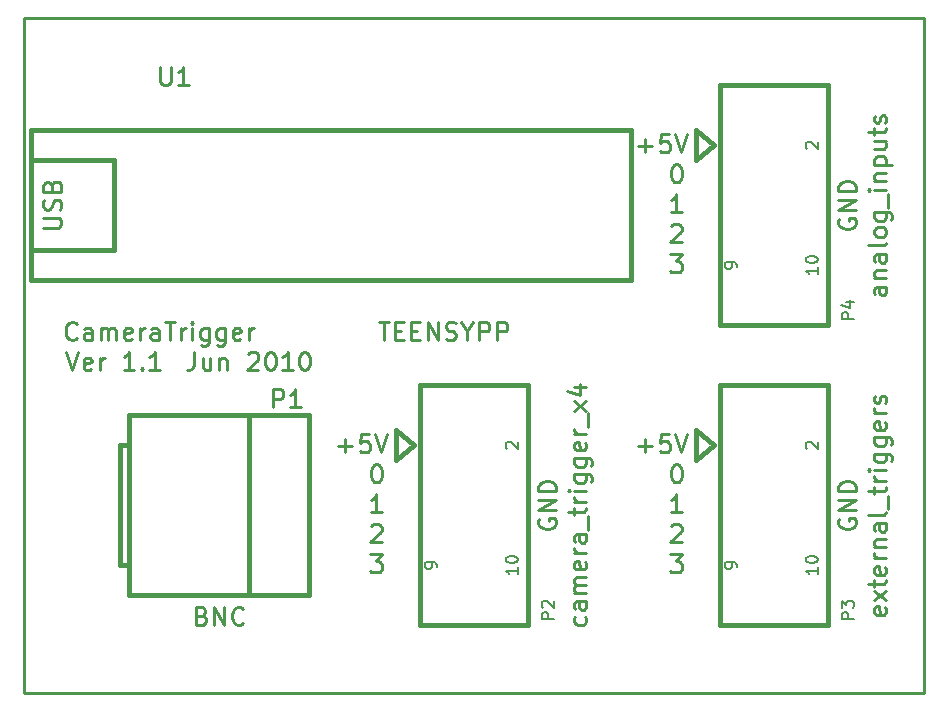
<source format=gto>
G04 (created by PCBNEW-RS274X (20100406 SVN-R2509)-final) date Thu 17 Jun 2010 11:12:04 AM PDT*
G01*
G70*
G90*
%MOIN*%
G04 Gerber Fmt 3.4, Leading zero omitted, Abs format*
%FSLAX34Y34*%
G04 APERTURE LIST*
%ADD10C,0.001000*%
%ADD11C,0.009000*%
%ADD12C,0.010000*%
%ADD13C,0.015000*%
%ADD14C,0.006700*%
G04 APERTURE END LIST*
G54D10*
G54D11*
X59000Y-30750D02*
X29000Y-30750D01*
X59000Y-53250D02*
X59000Y-30750D01*
X29000Y-53250D02*
X59000Y-53250D01*
X29000Y-30750D02*
X29000Y-53250D01*
G54D12*
X34672Y-41893D02*
X34672Y-42321D01*
X34644Y-42407D01*
X34587Y-42464D01*
X34501Y-42493D01*
X34444Y-42493D01*
X35215Y-42093D02*
X35215Y-42493D01*
X34958Y-42093D02*
X34958Y-42407D01*
X34986Y-42464D01*
X35044Y-42493D01*
X35129Y-42493D01*
X35186Y-42464D01*
X35215Y-42436D01*
X35501Y-42093D02*
X35501Y-42493D01*
X35501Y-42150D02*
X35529Y-42121D01*
X35587Y-42093D01*
X35672Y-42093D01*
X35729Y-42121D01*
X35758Y-42179D01*
X35758Y-42493D01*
X36472Y-41950D02*
X36501Y-41921D01*
X36558Y-41893D01*
X36701Y-41893D01*
X36758Y-41921D01*
X36787Y-41950D01*
X36815Y-42007D01*
X36815Y-42064D01*
X36787Y-42150D01*
X36444Y-42493D01*
X36815Y-42493D01*
X37186Y-41893D02*
X37243Y-41893D01*
X37300Y-41921D01*
X37329Y-41950D01*
X37358Y-42007D01*
X37386Y-42121D01*
X37386Y-42264D01*
X37358Y-42379D01*
X37329Y-42436D01*
X37300Y-42464D01*
X37243Y-42493D01*
X37186Y-42493D01*
X37129Y-42464D01*
X37100Y-42436D01*
X37072Y-42379D01*
X37043Y-42264D01*
X37043Y-42121D01*
X37072Y-42007D01*
X37100Y-41950D01*
X37129Y-41921D01*
X37186Y-41893D01*
X37957Y-42493D02*
X37614Y-42493D01*
X37786Y-42493D02*
X37786Y-41893D01*
X37729Y-41979D01*
X37671Y-42036D01*
X37614Y-42064D01*
X38328Y-41893D02*
X38385Y-41893D01*
X38442Y-41921D01*
X38471Y-41950D01*
X38500Y-42007D01*
X38528Y-42121D01*
X38528Y-42264D01*
X38500Y-42379D01*
X38471Y-42436D01*
X38442Y-42464D01*
X38385Y-42493D01*
X38328Y-42493D01*
X38271Y-42464D01*
X38242Y-42436D01*
X38214Y-42379D01*
X38185Y-42264D01*
X38185Y-42121D01*
X38214Y-42007D01*
X38242Y-41950D01*
X38271Y-41921D01*
X38328Y-41893D01*
X30415Y-41893D02*
X30615Y-42493D01*
X30815Y-41893D01*
X31243Y-42464D02*
X31186Y-42493D01*
X31072Y-42493D01*
X31015Y-42464D01*
X30986Y-42407D01*
X30986Y-42179D01*
X31015Y-42121D01*
X31072Y-42093D01*
X31186Y-42093D01*
X31243Y-42121D01*
X31272Y-42179D01*
X31272Y-42236D01*
X30986Y-42293D01*
X31529Y-42493D02*
X31529Y-42093D01*
X31529Y-42207D02*
X31557Y-42150D01*
X31586Y-42121D01*
X31643Y-42093D01*
X31700Y-42093D01*
X32671Y-42493D02*
X32328Y-42493D01*
X32500Y-42493D02*
X32500Y-41893D01*
X32443Y-41979D01*
X32385Y-42036D01*
X32328Y-42064D01*
X32928Y-42436D02*
X32956Y-42464D01*
X32928Y-42493D01*
X32899Y-42464D01*
X32928Y-42436D01*
X32928Y-42493D01*
X33528Y-42493D02*
X33185Y-42493D01*
X33357Y-42493D02*
X33357Y-41893D01*
X33300Y-41979D01*
X33242Y-42036D01*
X33185Y-42064D01*
X30758Y-41436D02*
X30729Y-41464D01*
X30643Y-41493D01*
X30586Y-41493D01*
X30501Y-41464D01*
X30443Y-41407D01*
X30415Y-41350D01*
X30386Y-41236D01*
X30386Y-41150D01*
X30415Y-41036D01*
X30443Y-40979D01*
X30501Y-40921D01*
X30586Y-40893D01*
X30643Y-40893D01*
X30729Y-40921D01*
X30758Y-40950D01*
X31272Y-41493D02*
X31272Y-41179D01*
X31243Y-41121D01*
X31186Y-41093D01*
X31072Y-41093D01*
X31015Y-41121D01*
X31272Y-41464D02*
X31215Y-41493D01*
X31072Y-41493D01*
X31015Y-41464D01*
X30986Y-41407D01*
X30986Y-41350D01*
X31015Y-41293D01*
X31072Y-41264D01*
X31215Y-41264D01*
X31272Y-41236D01*
X31558Y-41493D02*
X31558Y-41093D01*
X31558Y-41150D02*
X31586Y-41121D01*
X31644Y-41093D01*
X31729Y-41093D01*
X31786Y-41121D01*
X31815Y-41179D01*
X31815Y-41493D01*
X31815Y-41179D02*
X31844Y-41121D01*
X31901Y-41093D01*
X31986Y-41093D01*
X32044Y-41121D01*
X32072Y-41179D01*
X32072Y-41493D01*
X32586Y-41464D02*
X32529Y-41493D01*
X32415Y-41493D01*
X32358Y-41464D01*
X32329Y-41407D01*
X32329Y-41179D01*
X32358Y-41121D01*
X32415Y-41093D01*
X32529Y-41093D01*
X32586Y-41121D01*
X32615Y-41179D01*
X32615Y-41236D01*
X32329Y-41293D01*
X32872Y-41493D02*
X32872Y-41093D01*
X32872Y-41207D02*
X32900Y-41150D01*
X32929Y-41121D01*
X32986Y-41093D01*
X33043Y-41093D01*
X33500Y-41493D02*
X33500Y-41179D01*
X33471Y-41121D01*
X33414Y-41093D01*
X33300Y-41093D01*
X33243Y-41121D01*
X33500Y-41464D02*
X33443Y-41493D01*
X33300Y-41493D01*
X33243Y-41464D01*
X33214Y-41407D01*
X33214Y-41350D01*
X33243Y-41293D01*
X33300Y-41264D01*
X33443Y-41264D01*
X33500Y-41236D01*
X33700Y-40893D02*
X34043Y-40893D01*
X33872Y-41493D02*
X33872Y-40893D01*
X34243Y-41493D02*
X34243Y-41093D01*
X34243Y-41207D02*
X34271Y-41150D01*
X34300Y-41121D01*
X34357Y-41093D01*
X34414Y-41093D01*
X34614Y-41493D02*
X34614Y-41093D01*
X34614Y-40893D02*
X34585Y-40921D01*
X34614Y-40950D01*
X34642Y-40921D01*
X34614Y-40893D01*
X34614Y-40950D01*
X35157Y-41093D02*
X35157Y-41579D01*
X35128Y-41636D01*
X35100Y-41664D01*
X35043Y-41693D01*
X34957Y-41693D01*
X34900Y-41664D01*
X35157Y-41464D02*
X35100Y-41493D01*
X34986Y-41493D01*
X34928Y-41464D01*
X34900Y-41436D01*
X34871Y-41379D01*
X34871Y-41207D01*
X34900Y-41150D01*
X34928Y-41121D01*
X34986Y-41093D01*
X35100Y-41093D01*
X35157Y-41121D01*
X35700Y-41093D02*
X35700Y-41579D01*
X35671Y-41636D01*
X35643Y-41664D01*
X35586Y-41693D01*
X35500Y-41693D01*
X35443Y-41664D01*
X35700Y-41464D02*
X35643Y-41493D01*
X35529Y-41493D01*
X35471Y-41464D01*
X35443Y-41436D01*
X35414Y-41379D01*
X35414Y-41207D01*
X35443Y-41150D01*
X35471Y-41121D01*
X35529Y-41093D01*
X35643Y-41093D01*
X35700Y-41121D01*
X36214Y-41464D02*
X36157Y-41493D01*
X36043Y-41493D01*
X35986Y-41464D01*
X35957Y-41407D01*
X35957Y-41179D01*
X35986Y-41121D01*
X36043Y-41093D01*
X36157Y-41093D01*
X36214Y-41121D01*
X36243Y-41179D01*
X36243Y-41236D01*
X35957Y-41293D01*
X36500Y-41493D02*
X36500Y-41093D01*
X36500Y-41207D02*
X36528Y-41150D01*
X36557Y-41121D01*
X36614Y-41093D01*
X36671Y-41093D01*
X50551Y-38643D02*
X50922Y-38643D01*
X50722Y-38871D01*
X50808Y-38871D01*
X50865Y-38900D01*
X50894Y-38929D01*
X50922Y-38986D01*
X50922Y-39129D01*
X50894Y-39186D01*
X50865Y-39214D01*
X50808Y-39243D01*
X50636Y-39243D01*
X50579Y-39214D01*
X50551Y-39186D01*
X50579Y-37700D02*
X50608Y-37671D01*
X50665Y-37643D01*
X50808Y-37643D01*
X50865Y-37671D01*
X50894Y-37700D01*
X50922Y-37757D01*
X50922Y-37814D01*
X50894Y-37900D01*
X50551Y-38243D01*
X50922Y-38243D01*
X50922Y-37243D02*
X50579Y-37243D01*
X50751Y-37243D02*
X50751Y-36643D01*
X50694Y-36729D01*
X50636Y-36786D01*
X50579Y-36814D01*
X50722Y-35643D02*
X50779Y-35643D01*
X50836Y-35671D01*
X50865Y-35700D01*
X50894Y-35757D01*
X50922Y-35871D01*
X50922Y-36014D01*
X50894Y-36129D01*
X50865Y-36186D01*
X50836Y-36214D01*
X50779Y-36243D01*
X50722Y-36243D01*
X50665Y-36214D01*
X50636Y-36186D01*
X50608Y-36129D01*
X50579Y-36014D01*
X50579Y-35871D01*
X50608Y-35757D01*
X50636Y-35700D01*
X50665Y-35671D01*
X50722Y-35643D01*
X50551Y-48643D02*
X50922Y-48643D01*
X50722Y-48871D01*
X50808Y-48871D01*
X50865Y-48900D01*
X50894Y-48929D01*
X50922Y-48986D01*
X50922Y-49129D01*
X50894Y-49186D01*
X50865Y-49214D01*
X50808Y-49243D01*
X50636Y-49243D01*
X50579Y-49214D01*
X50551Y-49186D01*
X50579Y-47700D02*
X50608Y-47671D01*
X50665Y-47643D01*
X50808Y-47643D01*
X50865Y-47671D01*
X50894Y-47700D01*
X50922Y-47757D01*
X50922Y-47814D01*
X50894Y-47900D01*
X50551Y-48243D01*
X50922Y-48243D01*
X50922Y-47243D02*
X50579Y-47243D01*
X50751Y-47243D02*
X50751Y-46643D01*
X50694Y-46729D01*
X50636Y-46786D01*
X50579Y-46814D01*
X50722Y-45643D02*
X50779Y-45643D01*
X50836Y-45671D01*
X50865Y-45700D01*
X50894Y-45757D01*
X50922Y-45871D01*
X50922Y-46014D01*
X50894Y-46129D01*
X50865Y-46186D01*
X50836Y-46214D01*
X50779Y-46243D01*
X50722Y-46243D01*
X50665Y-46214D01*
X50636Y-46186D01*
X50608Y-46129D01*
X50579Y-46014D01*
X50579Y-45871D01*
X50608Y-45757D01*
X50636Y-45700D01*
X50665Y-45671D01*
X50722Y-45643D01*
X49479Y-35014D02*
X49936Y-35014D01*
X49707Y-35243D02*
X49707Y-34786D01*
X50508Y-34643D02*
X50222Y-34643D01*
X50193Y-34929D01*
X50222Y-34900D01*
X50279Y-34871D01*
X50422Y-34871D01*
X50479Y-34900D01*
X50508Y-34929D01*
X50536Y-34986D01*
X50536Y-35129D01*
X50508Y-35186D01*
X50479Y-35214D01*
X50422Y-35243D01*
X50279Y-35243D01*
X50222Y-35214D01*
X50193Y-35186D01*
X50707Y-34643D02*
X50907Y-35243D01*
X51107Y-34643D01*
X49479Y-45014D02*
X49936Y-45014D01*
X49707Y-45243D02*
X49707Y-44786D01*
X50508Y-44643D02*
X50222Y-44643D01*
X50193Y-44929D01*
X50222Y-44900D01*
X50279Y-44871D01*
X50422Y-44871D01*
X50479Y-44900D01*
X50508Y-44929D01*
X50536Y-44986D01*
X50536Y-45129D01*
X50508Y-45186D01*
X50479Y-45214D01*
X50422Y-45243D01*
X50279Y-45243D01*
X50222Y-45214D01*
X50193Y-45186D01*
X50707Y-44643D02*
X50907Y-45243D01*
X51107Y-44643D01*
X39479Y-45014D02*
X39936Y-45014D01*
X39707Y-45243D02*
X39707Y-44786D01*
X40508Y-44643D02*
X40222Y-44643D01*
X40193Y-44929D01*
X40222Y-44900D01*
X40279Y-44871D01*
X40422Y-44871D01*
X40479Y-44900D01*
X40508Y-44929D01*
X40536Y-44986D01*
X40536Y-45129D01*
X40508Y-45186D01*
X40479Y-45214D01*
X40422Y-45243D01*
X40279Y-45243D01*
X40222Y-45214D01*
X40193Y-45186D01*
X40707Y-44643D02*
X40907Y-45243D01*
X41107Y-44643D01*
X40722Y-45643D02*
X40779Y-45643D01*
X40836Y-45671D01*
X40865Y-45700D01*
X40894Y-45757D01*
X40922Y-45871D01*
X40922Y-46014D01*
X40894Y-46129D01*
X40865Y-46186D01*
X40836Y-46214D01*
X40779Y-46243D01*
X40722Y-46243D01*
X40665Y-46214D01*
X40636Y-46186D01*
X40608Y-46129D01*
X40579Y-46014D01*
X40579Y-45871D01*
X40608Y-45757D01*
X40636Y-45700D01*
X40665Y-45671D01*
X40722Y-45643D01*
X40922Y-47243D02*
X40579Y-47243D01*
X40751Y-47243D02*
X40751Y-46643D01*
X40694Y-46729D01*
X40636Y-46786D01*
X40579Y-46814D01*
X40579Y-47700D02*
X40608Y-47671D01*
X40665Y-47643D01*
X40808Y-47643D01*
X40865Y-47671D01*
X40894Y-47700D01*
X40922Y-47757D01*
X40922Y-47814D01*
X40894Y-47900D01*
X40551Y-48243D01*
X40922Y-48243D01*
X40551Y-48643D02*
X40922Y-48643D01*
X40722Y-48871D01*
X40808Y-48871D01*
X40865Y-48900D01*
X40894Y-48929D01*
X40922Y-48986D01*
X40922Y-49129D01*
X40894Y-49186D01*
X40865Y-49214D01*
X40808Y-49243D01*
X40636Y-49243D01*
X40579Y-49214D01*
X40551Y-49186D01*
X56171Y-37457D02*
X56143Y-37514D01*
X56143Y-37600D01*
X56171Y-37685D01*
X56229Y-37743D01*
X56286Y-37771D01*
X56400Y-37800D01*
X56486Y-37800D01*
X56600Y-37771D01*
X56657Y-37743D01*
X56714Y-37685D01*
X56743Y-37600D01*
X56743Y-37543D01*
X56714Y-37457D01*
X56686Y-37428D01*
X56486Y-37428D01*
X56486Y-37543D01*
X56743Y-37171D02*
X56143Y-37171D01*
X56743Y-36828D01*
X56143Y-36828D01*
X56743Y-36542D02*
X56143Y-36542D01*
X56143Y-36399D01*
X56171Y-36314D01*
X56229Y-36256D01*
X56286Y-36228D01*
X56400Y-36199D01*
X56486Y-36199D01*
X56600Y-36228D01*
X56657Y-36256D01*
X56714Y-36314D01*
X56743Y-36399D01*
X56743Y-36542D01*
X56171Y-47457D02*
X56143Y-47514D01*
X56143Y-47600D01*
X56171Y-47685D01*
X56229Y-47743D01*
X56286Y-47771D01*
X56400Y-47800D01*
X56486Y-47800D01*
X56600Y-47771D01*
X56657Y-47743D01*
X56714Y-47685D01*
X56743Y-47600D01*
X56743Y-47543D01*
X56714Y-47457D01*
X56686Y-47428D01*
X56486Y-47428D01*
X56486Y-47543D01*
X56743Y-47171D02*
X56143Y-47171D01*
X56743Y-46828D01*
X56143Y-46828D01*
X56743Y-46542D02*
X56143Y-46542D01*
X56143Y-46399D01*
X56171Y-46314D01*
X56229Y-46256D01*
X56286Y-46228D01*
X56400Y-46199D01*
X56486Y-46199D01*
X56600Y-46228D01*
X56657Y-46256D01*
X56714Y-46314D01*
X56743Y-46399D01*
X56743Y-46542D01*
X46171Y-47457D02*
X46143Y-47514D01*
X46143Y-47600D01*
X46171Y-47685D01*
X46229Y-47743D01*
X46286Y-47771D01*
X46400Y-47800D01*
X46486Y-47800D01*
X46600Y-47771D01*
X46657Y-47743D01*
X46714Y-47685D01*
X46743Y-47600D01*
X46743Y-47543D01*
X46714Y-47457D01*
X46686Y-47428D01*
X46486Y-47428D01*
X46486Y-47543D01*
X46743Y-47171D02*
X46143Y-47171D01*
X46743Y-46828D01*
X46143Y-46828D01*
X46743Y-46542D02*
X46143Y-46542D01*
X46143Y-46399D01*
X46171Y-46314D01*
X46229Y-46256D01*
X46286Y-46228D01*
X46400Y-46199D01*
X46486Y-46199D01*
X46600Y-46228D01*
X46657Y-46256D01*
X46714Y-46314D01*
X46743Y-46399D01*
X46743Y-46542D01*
G54D13*
X32500Y-44000D02*
X38500Y-44000D01*
X32500Y-50000D02*
X38500Y-50000D01*
X32500Y-49000D02*
X32200Y-49000D01*
X32200Y-49000D02*
X32200Y-45000D01*
X32200Y-45000D02*
X32500Y-45000D01*
X36500Y-50000D02*
X36500Y-44000D01*
X32500Y-50000D02*
X32500Y-44000D01*
X38500Y-50000D02*
X38500Y-44000D01*
X29250Y-35500D02*
X32000Y-35500D01*
X32000Y-35500D02*
X32000Y-38500D01*
X32000Y-38500D02*
X29250Y-38500D01*
X29250Y-34500D02*
X29250Y-39500D01*
X29250Y-39500D02*
X49250Y-39500D01*
X49250Y-39500D02*
X49250Y-34500D01*
X49250Y-34500D02*
X29250Y-34500D01*
X45800Y-43000D02*
X42200Y-43000D01*
X42200Y-43000D02*
X42200Y-51000D01*
X42200Y-51000D02*
X45800Y-51000D01*
X45800Y-51000D02*
X45800Y-43000D01*
X42000Y-45000D02*
X41400Y-44500D01*
X41400Y-44500D02*
X41400Y-45500D01*
X41400Y-45500D02*
X42000Y-45000D01*
X55800Y-43000D02*
X52200Y-43000D01*
X52200Y-43000D02*
X52200Y-51000D01*
X52200Y-51000D02*
X55800Y-51000D01*
X55800Y-51000D02*
X55800Y-43000D01*
X52000Y-45000D02*
X51400Y-44500D01*
X51400Y-44500D02*
X51400Y-45500D01*
X51400Y-45500D02*
X52000Y-45000D01*
X55800Y-33000D02*
X52200Y-33000D01*
X52200Y-33000D02*
X52200Y-41000D01*
X52200Y-41000D02*
X55800Y-41000D01*
X55800Y-41000D02*
X55800Y-33000D01*
X52000Y-35000D02*
X51400Y-34500D01*
X51400Y-34500D02*
X51400Y-35500D01*
X51400Y-35500D02*
X52000Y-35000D01*
G54D12*
X37308Y-43743D02*
X37308Y-43143D01*
X37536Y-43143D01*
X37594Y-43171D01*
X37622Y-43200D01*
X37651Y-43257D01*
X37651Y-43343D01*
X37622Y-43400D01*
X37594Y-43429D01*
X37536Y-43457D01*
X37308Y-43457D01*
X38222Y-43743D02*
X37879Y-43743D01*
X38051Y-43743D02*
X38051Y-43143D01*
X37994Y-43229D01*
X37936Y-43286D01*
X37879Y-43314D01*
X34929Y-50679D02*
X35015Y-50707D01*
X35043Y-50736D01*
X35072Y-50793D01*
X35072Y-50879D01*
X35043Y-50936D01*
X35015Y-50964D01*
X34957Y-50993D01*
X34729Y-50993D01*
X34729Y-50393D01*
X34929Y-50393D01*
X34986Y-50421D01*
X35015Y-50450D01*
X35043Y-50507D01*
X35043Y-50564D01*
X35015Y-50621D01*
X34986Y-50650D01*
X34929Y-50679D01*
X34729Y-50679D01*
X35329Y-50993D02*
X35329Y-50393D01*
X35672Y-50993D01*
X35672Y-50393D01*
X36301Y-50936D02*
X36272Y-50964D01*
X36186Y-50993D01*
X36129Y-50993D01*
X36044Y-50964D01*
X35986Y-50907D01*
X35958Y-50850D01*
X35929Y-50736D01*
X35929Y-50650D01*
X35958Y-50536D01*
X35986Y-50479D01*
X36044Y-50421D01*
X36129Y-50393D01*
X36186Y-50393D01*
X36272Y-50421D01*
X36301Y-50450D01*
X33543Y-32393D02*
X33543Y-32879D01*
X33571Y-32936D01*
X33600Y-32964D01*
X33657Y-32993D01*
X33771Y-32993D01*
X33829Y-32964D01*
X33857Y-32936D01*
X33886Y-32879D01*
X33886Y-32393D01*
X34486Y-32993D02*
X34143Y-32993D01*
X34315Y-32993D02*
X34315Y-32393D01*
X34258Y-32479D01*
X34200Y-32536D01*
X34143Y-32564D01*
X40829Y-40893D02*
X41172Y-40893D01*
X41001Y-41493D02*
X41001Y-40893D01*
X41372Y-41179D02*
X41572Y-41179D01*
X41658Y-41493D02*
X41372Y-41493D01*
X41372Y-40893D01*
X41658Y-40893D01*
X41915Y-41179D02*
X42115Y-41179D01*
X42201Y-41493D02*
X41915Y-41493D01*
X41915Y-40893D01*
X42201Y-40893D01*
X42458Y-41493D02*
X42458Y-40893D01*
X42801Y-41493D01*
X42801Y-40893D01*
X43058Y-41464D02*
X43144Y-41493D01*
X43287Y-41493D01*
X43344Y-41464D01*
X43373Y-41436D01*
X43401Y-41379D01*
X43401Y-41321D01*
X43373Y-41264D01*
X43344Y-41236D01*
X43287Y-41207D01*
X43173Y-41179D01*
X43115Y-41150D01*
X43087Y-41121D01*
X43058Y-41064D01*
X43058Y-41007D01*
X43087Y-40950D01*
X43115Y-40921D01*
X43173Y-40893D01*
X43315Y-40893D01*
X43401Y-40921D01*
X43772Y-41207D02*
X43772Y-41493D01*
X43572Y-40893D02*
X43772Y-41207D01*
X43972Y-40893D01*
X44172Y-41493D02*
X44172Y-40893D01*
X44400Y-40893D01*
X44458Y-40921D01*
X44486Y-40950D01*
X44515Y-41007D01*
X44515Y-41093D01*
X44486Y-41150D01*
X44458Y-41179D01*
X44400Y-41207D01*
X44172Y-41207D01*
X44772Y-41493D02*
X44772Y-40893D01*
X45000Y-40893D01*
X45058Y-40921D01*
X45086Y-40950D01*
X45115Y-41007D01*
X45115Y-41093D01*
X45086Y-41150D01*
X45058Y-41179D01*
X45000Y-41207D01*
X44772Y-41207D01*
X29643Y-37757D02*
X30129Y-37757D01*
X30186Y-37729D01*
X30214Y-37700D01*
X30243Y-37643D01*
X30243Y-37529D01*
X30214Y-37471D01*
X30186Y-37443D01*
X30129Y-37414D01*
X29643Y-37414D01*
X30214Y-37157D02*
X30243Y-37071D01*
X30243Y-36928D01*
X30214Y-36871D01*
X30186Y-36842D01*
X30129Y-36814D01*
X30071Y-36814D01*
X30014Y-36842D01*
X29986Y-36871D01*
X29957Y-36928D01*
X29929Y-37042D01*
X29900Y-37100D01*
X29871Y-37128D01*
X29814Y-37157D01*
X29757Y-37157D01*
X29700Y-37128D01*
X29671Y-37100D01*
X29643Y-37042D01*
X29643Y-36900D01*
X29671Y-36814D01*
X29929Y-36357D02*
X29957Y-36271D01*
X29986Y-36243D01*
X30043Y-36214D01*
X30129Y-36214D01*
X30186Y-36243D01*
X30214Y-36271D01*
X30243Y-36329D01*
X30243Y-36557D01*
X29643Y-36557D01*
X29643Y-36357D01*
X29671Y-36300D01*
X29700Y-36271D01*
X29757Y-36243D01*
X29814Y-36243D01*
X29871Y-36271D01*
X29900Y-36300D01*
X29929Y-36357D01*
X29929Y-36557D01*
G54D14*
X46662Y-50795D02*
X46262Y-50795D01*
X46262Y-50642D01*
X46281Y-50604D01*
X46300Y-50585D01*
X46338Y-50566D01*
X46395Y-50566D01*
X46433Y-50585D01*
X46452Y-50604D01*
X46471Y-50642D01*
X46471Y-50795D01*
X46300Y-50414D02*
X46281Y-50395D01*
X46262Y-50357D01*
X46262Y-50261D01*
X46281Y-50223D01*
X46300Y-50204D01*
X46338Y-50185D01*
X46376Y-50185D01*
X46433Y-50204D01*
X46662Y-50433D01*
X46662Y-50185D01*
G54D12*
X47714Y-50713D02*
X47743Y-50770D01*
X47743Y-50884D01*
X47714Y-50942D01*
X47686Y-50970D01*
X47629Y-50999D01*
X47457Y-50999D01*
X47400Y-50970D01*
X47371Y-50942D01*
X47343Y-50884D01*
X47343Y-50770D01*
X47371Y-50713D01*
X47743Y-50199D02*
X47429Y-50199D01*
X47371Y-50228D01*
X47343Y-50285D01*
X47343Y-50399D01*
X47371Y-50456D01*
X47714Y-50199D02*
X47743Y-50256D01*
X47743Y-50399D01*
X47714Y-50456D01*
X47657Y-50485D01*
X47600Y-50485D01*
X47543Y-50456D01*
X47514Y-50399D01*
X47514Y-50256D01*
X47486Y-50199D01*
X47743Y-49913D02*
X47343Y-49913D01*
X47400Y-49913D02*
X47371Y-49885D01*
X47343Y-49827D01*
X47343Y-49742D01*
X47371Y-49685D01*
X47429Y-49656D01*
X47743Y-49656D01*
X47429Y-49656D02*
X47371Y-49627D01*
X47343Y-49570D01*
X47343Y-49485D01*
X47371Y-49427D01*
X47429Y-49399D01*
X47743Y-49399D01*
X47714Y-48885D02*
X47743Y-48942D01*
X47743Y-49056D01*
X47714Y-49113D01*
X47657Y-49142D01*
X47429Y-49142D01*
X47371Y-49113D01*
X47343Y-49056D01*
X47343Y-48942D01*
X47371Y-48885D01*
X47429Y-48856D01*
X47486Y-48856D01*
X47543Y-49142D01*
X47743Y-48599D02*
X47343Y-48599D01*
X47457Y-48599D02*
X47400Y-48571D01*
X47371Y-48542D01*
X47343Y-48485D01*
X47343Y-48428D01*
X47743Y-47971D02*
X47429Y-47971D01*
X47371Y-48000D01*
X47343Y-48057D01*
X47343Y-48171D01*
X47371Y-48228D01*
X47714Y-47971D02*
X47743Y-48028D01*
X47743Y-48171D01*
X47714Y-48228D01*
X47657Y-48257D01*
X47600Y-48257D01*
X47543Y-48228D01*
X47514Y-48171D01*
X47514Y-48028D01*
X47486Y-47971D01*
X47800Y-47828D02*
X47800Y-47371D01*
X47343Y-47314D02*
X47343Y-47085D01*
X47143Y-47228D02*
X47657Y-47228D01*
X47714Y-47200D01*
X47743Y-47142D01*
X47743Y-47085D01*
X47743Y-46885D02*
X47343Y-46885D01*
X47457Y-46885D02*
X47400Y-46857D01*
X47371Y-46828D01*
X47343Y-46771D01*
X47343Y-46714D01*
X47743Y-46514D02*
X47343Y-46514D01*
X47143Y-46514D02*
X47171Y-46543D01*
X47200Y-46514D01*
X47171Y-46486D01*
X47143Y-46514D01*
X47200Y-46514D01*
X47343Y-45971D02*
X47829Y-45971D01*
X47886Y-46000D01*
X47914Y-46028D01*
X47943Y-46085D01*
X47943Y-46171D01*
X47914Y-46228D01*
X47714Y-45971D02*
X47743Y-46028D01*
X47743Y-46142D01*
X47714Y-46200D01*
X47686Y-46228D01*
X47629Y-46257D01*
X47457Y-46257D01*
X47400Y-46228D01*
X47371Y-46200D01*
X47343Y-46142D01*
X47343Y-46028D01*
X47371Y-45971D01*
X47343Y-45428D02*
X47829Y-45428D01*
X47886Y-45457D01*
X47914Y-45485D01*
X47943Y-45542D01*
X47943Y-45628D01*
X47914Y-45685D01*
X47714Y-45428D02*
X47743Y-45485D01*
X47743Y-45599D01*
X47714Y-45657D01*
X47686Y-45685D01*
X47629Y-45714D01*
X47457Y-45714D01*
X47400Y-45685D01*
X47371Y-45657D01*
X47343Y-45599D01*
X47343Y-45485D01*
X47371Y-45428D01*
X47714Y-44914D02*
X47743Y-44971D01*
X47743Y-45085D01*
X47714Y-45142D01*
X47657Y-45171D01*
X47429Y-45171D01*
X47371Y-45142D01*
X47343Y-45085D01*
X47343Y-44971D01*
X47371Y-44914D01*
X47429Y-44885D01*
X47486Y-44885D01*
X47543Y-45171D01*
X47743Y-44628D02*
X47343Y-44628D01*
X47457Y-44628D02*
X47400Y-44600D01*
X47371Y-44571D01*
X47343Y-44514D01*
X47343Y-44457D01*
X47800Y-44400D02*
X47800Y-43943D01*
X47743Y-43857D02*
X47343Y-43543D01*
X47343Y-43857D02*
X47743Y-43543D01*
X47343Y-43057D02*
X47743Y-43057D01*
X47114Y-43200D02*
X47543Y-43343D01*
X47543Y-42971D01*
G54D14*
X45100Y-45114D02*
X45081Y-45095D01*
X45062Y-45057D01*
X45062Y-44961D01*
X45081Y-44923D01*
X45100Y-44904D01*
X45138Y-44885D01*
X45176Y-44885D01*
X45233Y-44904D01*
X45462Y-45133D01*
X45462Y-44885D01*
X45462Y-49076D02*
X45462Y-49305D01*
X45462Y-49191D02*
X45062Y-49191D01*
X45119Y-49229D01*
X45157Y-49267D01*
X45176Y-49305D01*
X45062Y-48829D02*
X45062Y-48790D01*
X45081Y-48752D01*
X45100Y-48733D01*
X45138Y-48714D01*
X45214Y-48695D01*
X45310Y-48695D01*
X45386Y-48714D01*
X45424Y-48733D01*
X45443Y-48752D01*
X45462Y-48790D01*
X45462Y-48829D01*
X45443Y-48867D01*
X45424Y-48886D01*
X45386Y-48905D01*
X45310Y-48924D01*
X45214Y-48924D01*
X45138Y-48905D01*
X45100Y-48886D01*
X45081Y-48867D01*
X45062Y-48829D01*
X42762Y-49076D02*
X42762Y-49000D01*
X42743Y-48961D01*
X42724Y-48942D01*
X42667Y-48904D01*
X42590Y-48885D01*
X42438Y-48885D01*
X42400Y-48904D01*
X42381Y-48923D01*
X42362Y-48961D01*
X42362Y-49038D01*
X42381Y-49076D01*
X42400Y-49095D01*
X42438Y-49114D01*
X42533Y-49114D01*
X42571Y-49095D01*
X42590Y-49076D01*
X42610Y-49038D01*
X42610Y-48961D01*
X42590Y-48923D01*
X42571Y-48904D01*
X42533Y-48885D01*
X56662Y-50795D02*
X56262Y-50795D01*
X56262Y-50642D01*
X56281Y-50604D01*
X56300Y-50585D01*
X56338Y-50566D01*
X56395Y-50566D01*
X56433Y-50585D01*
X56452Y-50604D01*
X56471Y-50642D01*
X56471Y-50795D01*
X56262Y-50433D02*
X56262Y-50185D01*
X56414Y-50319D01*
X56414Y-50261D01*
X56433Y-50223D01*
X56452Y-50204D01*
X56490Y-50185D01*
X56586Y-50185D01*
X56624Y-50204D01*
X56643Y-50223D01*
X56662Y-50261D01*
X56662Y-50376D01*
X56643Y-50414D01*
X56624Y-50433D01*
G54D12*
X57714Y-50400D02*
X57743Y-50457D01*
X57743Y-50571D01*
X57714Y-50628D01*
X57657Y-50657D01*
X57429Y-50657D01*
X57371Y-50628D01*
X57343Y-50571D01*
X57343Y-50457D01*
X57371Y-50400D01*
X57429Y-50371D01*
X57486Y-50371D01*
X57543Y-50657D01*
X57743Y-50171D02*
X57343Y-49857D01*
X57343Y-50171D02*
X57743Y-49857D01*
X57343Y-49714D02*
X57343Y-49485D01*
X57143Y-49628D02*
X57657Y-49628D01*
X57714Y-49600D01*
X57743Y-49542D01*
X57743Y-49485D01*
X57714Y-49057D02*
X57743Y-49114D01*
X57743Y-49228D01*
X57714Y-49285D01*
X57657Y-49314D01*
X57429Y-49314D01*
X57371Y-49285D01*
X57343Y-49228D01*
X57343Y-49114D01*
X57371Y-49057D01*
X57429Y-49028D01*
X57486Y-49028D01*
X57543Y-49314D01*
X57743Y-48771D02*
X57343Y-48771D01*
X57457Y-48771D02*
X57400Y-48743D01*
X57371Y-48714D01*
X57343Y-48657D01*
X57343Y-48600D01*
X57343Y-48400D02*
X57743Y-48400D01*
X57400Y-48400D02*
X57371Y-48372D01*
X57343Y-48314D01*
X57343Y-48229D01*
X57371Y-48172D01*
X57429Y-48143D01*
X57743Y-48143D01*
X57743Y-47600D02*
X57429Y-47600D01*
X57371Y-47629D01*
X57343Y-47686D01*
X57343Y-47800D01*
X57371Y-47857D01*
X57714Y-47600D02*
X57743Y-47657D01*
X57743Y-47800D01*
X57714Y-47857D01*
X57657Y-47886D01*
X57600Y-47886D01*
X57543Y-47857D01*
X57514Y-47800D01*
X57514Y-47657D01*
X57486Y-47600D01*
X57743Y-47228D02*
X57714Y-47286D01*
X57657Y-47314D01*
X57143Y-47314D01*
X57800Y-47143D02*
X57800Y-46686D01*
X57343Y-46629D02*
X57343Y-46400D01*
X57143Y-46543D02*
X57657Y-46543D01*
X57714Y-46515D01*
X57743Y-46457D01*
X57743Y-46400D01*
X57743Y-46200D02*
X57343Y-46200D01*
X57457Y-46200D02*
X57400Y-46172D01*
X57371Y-46143D01*
X57343Y-46086D01*
X57343Y-46029D01*
X57743Y-45829D02*
X57343Y-45829D01*
X57143Y-45829D02*
X57171Y-45858D01*
X57200Y-45829D01*
X57171Y-45801D01*
X57143Y-45829D01*
X57200Y-45829D01*
X57343Y-45286D02*
X57829Y-45286D01*
X57886Y-45315D01*
X57914Y-45343D01*
X57943Y-45400D01*
X57943Y-45486D01*
X57914Y-45543D01*
X57714Y-45286D02*
X57743Y-45343D01*
X57743Y-45457D01*
X57714Y-45515D01*
X57686Y-45543D01*
X57629Y-45572D01*
X57457Y-45572D01*
X57400Y-45543D01*
X57371Y-45515D01*
X57343Y-45457D01*
X57343Y-45343D01*
X57371Y-45286D01*
X57343Y-44743D02*
X57829Y-44743D01*
X57886Y-44772D01*
X57914Y-44800D01*
X57943Y-44857D01*
X57943Y-44943D01*
X57914Y-45000D01*
X57714Y-44743D02*
X57743Y-44800D01*
X57743Y-44914D01*
X57714Y-44972D01*
X57686Y-45000D01*
X57629Y-45029D01*
X57457Y-45029D01*
X57400Y-45000D01*
X57371Y-44972D01*
X57343Y-44914D01*
X57343Y-44800D01*
X57371Y-44743D01*
X57714Y-44229D02*
X57743Y-44286D01*
X57743Y-44400D01*
X57714Y-44457D01*
X57657Y-44486D01*
X57429Y-44486D01*
X57371Y-44457D01*
X57343Y-44400D01*
X57343Y-44286D01*
X57371Y-44229D01*
X57429Y-44200D01*
X57486Y-44200D01*
X57543Y-44486D01*
X57743Y-43943D02*
X57343Y-43943D01*
X57457Y-43943D02*
X57400Y-43915D01*
X57371Y-43886D01*
X57343Y-43829D01*
X57343Y-43772D01*
X57714Y-43601D02*
X57743Y-43544D01*
X57743Y-43429D01*
X57714Y-43372D01*
X57657Y-43344D01*
X57629Y-43344D01*
X57571Y-43372D01*
X57543Y-43429D01*
X57543Y-43515D01*
X57514Y-43572D01*
X57457Y-43601D01*
X57429Y-43601D01*
X57371Y-43572D01*
X57343Y-43515D01*
X57343Y-43429D01*
X57371Y-43372D01*
G54D14*
X55100Y-45114D02*
X55081Y-45095D01*
X55062Y-45057D01*
X55062Y-44961D01*
X55081Y-44923D01*
X55100Y-44904D01*
X55138Y-44885D01*
X55176Y-44885D01*
X55233Y-44904D01*
X55462Y-45133D01*
X55462Y-44885D01*
X55462Y-49076D02*
X55462Y-49305D01*
X55462Y-49191D02*
X55062Y-49191D01*
X55119Y-49229D01*
X55157Y-49267D01*
X55176Y-49305D01*
X55062Y-48829D02*
X55062Y-48790D01*
X55081Y-48752D01*
X55100Y-48733D01*
X55138Y-48714D01*
X55214Y-48695D01*
X55310Y-48695D01*
X55386Y-48714D01*
X55424Y-48733D01*
X55443Y-48752D01*
X55462Y-48790D01*
X55462Y-48829D01*
X55443Y-48867D01*
X55424Y-48886D01*
X55386Y-48905D01*
X55310Y-48924D01*
X55214Y-48924D01*
X55138Y-48905D01*
X55100Y-48886D01*
X55081Y-48867D01*
X55062Y-48829D01*
X52762Y-49076D02*
X52762Y-49000D01*
X52743Y-48961D01*
X52724Y-48942D01*
X52667Y-48904D01*
X52590Y-48885D01*
X52438Y-48885D01*
X52400Y-48904D01*
X52381Y-48923D01*
X52362Y-48961D01*
X52362Y-49038D01*
X52381Y-49076D01*
X52400Y-49095D01*
X52438Y-49114D01*
X52533Y-49114D01*
X52571Y-49095D01*
X52590Y-49076D01*
X52610Y-49038D01*
X52610Y-48961D01*
X52590Y-48923D01*
X52571Y-48904D01*
X52533Y-48885D01*
X56662Y-40795D02*
X56262Y-40795D01*
X56262Y-40642D01*
X56281Y-40604D01*
X56300Y-40585D01*
X56338Y-40566D01*
X56395Y-40566D01*
X56433Y-40585D01*
X56452Y-40604D01*
X56471Y-40642D01*
X56471Y-40795D01*
X56395Y-40223D02*
X56662Y-40223D01*
X56243Y-40319D02*
X56529Y-40414D01*
X56529Y-40166D01*
G54D12*
X57743Y-39715D02*
X57429Y-39715D01*
X57371Y-39744D01*
X57343Y-39801D01*
X57343Y-39915D01*
X57371Y-39972D01*
X57714Y-39715D02*
X57743Y-39772D01*
X57743Y-39915D01*
X57714Y-39972D01*
X57657Y-40001D01*
X57600Y-40001D01*
X57543Y-39972D01*
X57514Y-39915D01*
X57514Y-39772D01*
X57486Y-39715D01*
X57343Y-39429D02*
X57743Y-39429D01*
X57400Y-39429D02*
X57371Y-39401D01*
X57343Y-39343D01*
X57343Y-39258D01*
X57371Y-39201D01*
X57429Y-39172D01*
X57743Y-39172D01*
X57743Y-38629D02*
X57429Y-38629D01*
X57371Y-38658D01*
X57343Y-38715D01*
X57343Y-38829D01*
X57371Y-38886D01*
X57714Y-38629D02*
X57743Y-38686D01*
X57743Y-38829D01*
X57714Y-38886D01*
X57657Y-38915D01*
X57600Y-38915D01*
X57543Y-38886D01*
X57514Y-38829D01*
X57514Y-38686D01*
X57486Y-38629D01*
X57743Y-38257D02*
X57714Y-38315D01*
X57657Y-38343D01*
X57143Y-38343D01*
X57743Y-37943D02*
X57714Y-38001D01*
X57686Y-38029D01*
X57629Y-38058D01*
X57457Y-38058D01*
X57400Y-38029D01*
X57371Y-38001D01*
X57343Y-37943D01*
X57343Y-37858D01*
X57371Y-37801D01*
X57400Y-37772D01*
X57457Y-37743D01*
X57629Y-37743D01*
X57686Y-37772D01*
X57714Y-37801D01*
X57743Y-37858D01*
X57743Y-37943D01*
X57343Y-37229D02*
X57829Y-37229D01*
X57886Y-37258D01*
X57914Y-37286D01*
X57943Y-37343D01*
X57943Y-37429D01*
X57914Y-37486D01*
X57714Y-37229D02*
X57743Y-37286D01*
X57743Y-37400D01*
X57714Y-37458D01*
X57686Y-37486D01*
X57629Y-37515D01*
X57457Y-37515D01*
X57400Y-37486D01*
X57371Y-37458D01*
X57343Y-37400D01*
X57343Y-37286D01*
X57371Y-37229D01*
X57800Y-37086D02*
X57800Y-36629D01*
X57743Y-36486D02*
X57343Y-36486D01*
X57143Y-36486D02*
X57171Y-36515D01*
X57200Y-36486D01*
X57171Y-36458D01*
X57143Y-36486D01*
X57200Y-36486D01*
X57343Y-36200D02*
X57743Y-36200D01*
X57400Y-36200D02*
X57371Y-36172D01*
X57343Y-36114D01*
X57343Y-36029D01*
X57371Y-35972D01*
X57429Y-35943D01*
X57743Y-35943D01*
X57343Y-35657D02*
X57943Y-35657D01*
X57371Y-35657D02*
X57343Y-35600D01*
X57343Y-35486D01*
X57371Y-35429D01*
X57400Y-35400D01*
X57457Y-35371D01*
X57629Y-35371D01*
X57686Y-35400D01*
X57714Y-35429D01*
X57743Y-35486D01*
X57743Y-35600D01*
X57714Y-35657D01*
X57343Y-34857D02*
X57743Y-34857D01*
X57343Y-35114D02*
X57657Y-35114D01*
X57714Y-35086D01*
X57743Y-35028D01*
X57743Y-34943D01*
X57714Y-34886D01*
X57686Y-34857D01*
X57343Y-34657D02*
X57343Y-34428D01*
X57143Y-34571D02*
X57657Y-34571D01*
X57714Y-34543D01*
X57743Y-34485D01*
X57743Y-34428D01*
X57714Y-34257D02*
X57743Y-34200D01*
X57743Y-34085D01*
X57714Y-34028D01*
X57657Y-34000D01*
X57629Y-34000D01*
X57571Y-34028D01*
X57543Y-34085D01*
X57543Y-34171D01*
X57514Y-34228D01*
X57457Y-34257D01*
X57429Y-34257D01*
X57371Y-34228D01*
X57343Y-34171D01*
X57343Y-34085D01*
X57371Y-34028D01*
G54D14*
X55100Y-35114D02*
X55081Y-35095D01*
X55062Y-35057D01*
X55062Y-34961D01*
X55081Y-34923D01*
X55100Y-34904D01*
X55138Y-34885D01*
X55176Y-34885D01*
X55233Y-34904D01*
X55462Y-35133D01*
X55462Y-34885D01*
X55462Y-39076D02*
X55462Y-39305D01*
X55462Y-39191D02*
X55062Y-39191D01*
X55119Y-39229D01*
X55157Y-39267D01*
X55176Y-39305D01*
X55062Y-38829D02*
X55062Y-38790D01*
X55081Y-38752D01*
X55100Y-38733D01*
X55138Y-38714D01*
X55214Y-38695D01*
X55310Y-38695D01*
X55386Y-38714D01*
X55424Y-38733D01*
X55443Y-38752D01*
X55462Y-38790D01*
X55462Y-38829D01*
X55443Y-38867D01*
X55424Y-38886D01*
X55386Y-38905D01*
X55310Y-38924D01*
X55214Y-38924D01*
X55138Y-38905D01*
X55100Y-38886D01*
X55081Y-38867D01*
X55062Y-38829D01*
X52762Y-39076D02*
X52762Y-39000D01*
X52743Y-38961D01*
X52724Y-38942D01*
X52667Y-38904D01*
X52590Y-38885D01*
X52438Y-38885D01*
X52400Y-38904D01*
X52381Y-38923D01*
X52362Y-38961D01*
X52362Y-39038D01*
X52381Y-39076D01*
X52400Y-39095D01*
X52438Y-39114D01*
X52533Y-39114D01*
X52571Y-39095D01*
X52590Y-39076D01*
X52610Y-39038D01*
X52610Y-38961D01*
X52590Y-38923D01*
X52571Y-38904D01*
X52533Y-38885D01*
M02*

</source>
